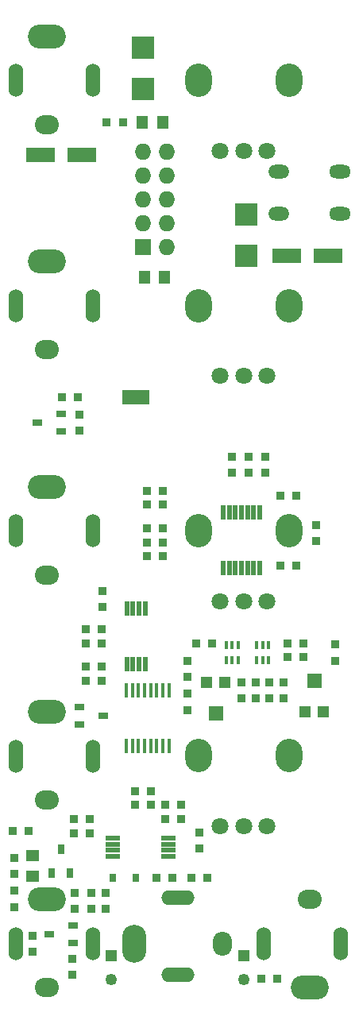
<source format=gbs>
G04 #@! TF.FileFunction,Soldermask,Bot*
%FSLAX46Y46*%
G04 Gerber Fmt 4.6, Leading zero omitted, Abs format (unit mm)*
G04 Created by KiCad (PCBNEW 4.0.2-stable) date 2018-09-14 2:15:48 PM*
%MOMM*%
G01*
G04 APERTURE LIST*
%ADD10C,0.200000*%
%ADD11R,0.950000X0.850000*%
%ADD12R,0.850000X0.950000*%
%ADD13R,3.049740X1.650200*%
%ADD14R,1.447000X1.193000*%
%ADD15R,2.447760X2.447760*%
%ADD16R,1.250000X1.250000*%
%ADD17C,1.250000*%
%ADD18R,1.050760X0.751040*%
%ADD19R,0.659600X0.812000*%
%ADD20R,1.193000X1.447000*%
%ADD21O,4.050000X2.550000*%
%ADD22O,2.550000X2.050000*%
%ADD23O,1.550000X3.550000*%
%ADD24O,2.550000X4.050000*%
%ADD25O,2.050000X2.550000*%
%ADD26O,3.550000X1.550000*%
%ADD27R,1.750000X1.750000*%
%ADD28O,1.750000X1.750000*%
%ADD29R,0.751040X1.050760*%
%ADD30R,0.448780X0.847560*%
%ADD31O,2.250000X1.450000*%
%ADD32O,2.300000X1.450000*%
%ADD33R,1.650000X1.550000*%
%ADD34R,2.850000X1.650000*%
%ADD35R,0.450000X1.550000*%
%ADD36R,0.500000X1.500000*%
%ADD37R,1.500000X0.500000*%
%ADD38O,2.850000X3.550000*%
%ADD39C,1.800000*%
G04 APERTURE END LIST*
D10*
D11*
X93100000Y-61750000D03*
X91400000Y-61750000D03*
X89600000Y-136000000D03*
X87900000Y-136000000D03*
D12*
X104750000Y-97400000D03*
X104750000Y-99100000D03*
X113750000Y-106350000D03*
X113750000Y-104650000D03*
D11*
X96650000Y-142250000D03*
X98350000Y-142250000D03*
D12*
X83500000Y-148400000D03*
X83500000Y-150100000D03*
D13*
X88699640Y-65250000D03*
X84300360Y-65250000D03*
X114949640Y-76000000D03*
X110550360Y-76000000D03*
D14*
X83500000Y-142079500D03*
X83500000Y-139920500D03*
D11*
X89150000Y-117250000D03*
X90850000Y-117250000D03*
X90850000Y-119750000D03*
X89150000Y-119750000D03*
X112350000Y-118750000D03*
X110650000Y-118750000D03*
X100900000Y-117250000D03*
X102600000Y-117250000D03*
D12*
X88500000Y-92900000D03*
X88500000Y-94600000D03*
D15*
X95250000Y-53800360D03*
X95250000Y-58199640D03*
X106250000Y-75949640D03*
X106250000Y-71550360D03*
D16*
X91880000Y-150530000D03*
D17*
X91880000Y-153070000D03*
D18*
X83980000Y-93750000D03*
X86520000Y-94702500D03*
X86520000Y-92797500D03*
D19*
X94494600Y-142250000D03*
X92005400Y-142250000D03*
D16*
X106000000Y-150530000D03*
D17*
X106000000Y-153070000D03*
D20*
X97329500Y-61750000D03*
X95170500Y-61750000D03*
X95420500Y-78250000D03*
X97579500Y-78250000D03*
D21*
X85000000Y-52560000D03*
D22*
X85000000Y-61960000D03*
D23*
X89900000Y-57260000D03*
X81700000Y-57260000D03*
D21*
X85000000Y-76560000D03*
D22*
X85000000Y-85960000D03*
D23*
X89900000Y-81260000D03*
X81700000Y-81260000D03*
D21*
X85000000Y-100560000D03*
D22*
X85000000Y-109960000D03*
D23*
X89900000Y-105260000D03*
X81700000Y-105260000D03*
D21*
X85000000Y-124560000D03*
D22*
X85000000Y-133960000D03*
D23*
X89900000Y-129260000D03*
X81700000Y-129260000D03*
D21*
X85000000Y-144560000D03*
D22*
X85000000Y-153960000D03*
D23*
X89900000Y-149260000D03*
X81700000Y-149260000D03*
D24*
X94300000Y-149260000D03*
D25*
X103700000Y-149260000D03*
D26*
X99000000Y-144360000D03*
X99000000Y-152560000D03*
D21*
X113000000Y-153960000D03*
D22*
X113000000Y-144560000D03*
D23*
X108100000Y-149260000D03*
X116300000Y-149260000D03*
D27*
X95250000Y-75000000D03*
D28*
X97790000Y-75000000D03*
X95250000Y-72460000D03*
X97790000Y-72460000D03*
X95250000Y-69920000D03*
X97790000Y-69920000D03*
X95250000Y-67380000D03*
X97790000Y-67380000D03*
X95250000Y-64840000D03*
X97790000Y-64840000D03*
D29*
X86500000Y-139230000D03*
X85547500Y-141770000D03*
X87452500Y-141770000D03*
D18*
X85230000Y-148250000D03*
X87770000Y-149202500D03*
X87770000Y-147297500D03*
X91020000Y-125000000D03*
X88480000Y-124047500D03*
X88480000Y-125952500D03*
D30*
X108647700Y-119047560D03*
X108000000Y-119047560D03*
X107352300Y-119047560D03*
X107352300Y-117452440D03*
X108000000Y-117452440D03*
X108647700Y-117452440D03*
X105397700Y-119047560D03*
X104750000Y-119047560D03*
X104102300Y-119047560D03*
X104102300Y-117452440D03*
X104750000Y-117452440D03*
X105397700Y-117452440D03*
D12*
X81500000Y-145350000D03*
X81500000Y-143650000D03*
X91250000Y-145600000D03*
X91250000Y-143900000D03*
D11*
X87900000Y-137500000D03*
X89600000Y-137500000D03*
D12*
X88000000Y-143900000D03*
X88000000Y-145600000D03*
X87750000Y-150900000D03*
X87750000Y-152600000D03*
X100000000Y-120850000D03*
X100000000Y-119150000D03*
X89750000Y-143900000D03*
X89750000Y-145600000D03*
X81500000Y-140150000D03*
X81500000Y-141850000D03*
D11*
X81400000Y-137250000D03*
X83100000Y-137250000D03*
X89150000Y-121250000D03*
X90850000Y-121250000D03*
X89150000Y-115750000D03*
X90850000Y-115750000D03*
D12*
X115750000Y-117400000D03*
X115750000Y-119100000D03*
X100000000Y-124350000D03*
X100000000Y-122650000D03*
X105750000Y-123100000D03*
X105750000Y-121400000D03*
X107250000Y-123100000D03*
X107250000Y-121400000D03*
X110250000Y-123100000D03*
X110250000Y-121400000D03*
X108750000Y-123100000D03*
X108750000Y-121400000D03*
D11*
X109900000Y-109000000D03*
X111600000Y-109000000D03*
X112350000Y-117250000D03*
X110650000Y-117250000D03*
X95650000Y-106500000D03*
X97350000Y-106500000D03*
X95650000Y-102500000D03*
X97350000Y-102500000D03*
X111600000Y-101500000D03*
X109900000Y-101500000D03*
D12*
X106500000Y-97400000D03*
X106500000Y-99100000D03*
D11*
X95650000Y-101000000D03*
X97350000Y-101000000D03*
X97350000Y-108000000D03*
X95650000Y-108000000D03*
D12*
X108250000Y-99100000D03*
X108250000Y-97400000D03*
D11*
X97350000Y-105000000D03*
X95650000Y-105000000D03*
X102100000Y-142250000D03*
X100400000Y-142250000D03*
D12*
X101250000Y-137400000D03*
X101250000Y-139100000D03*
D11*
X88350000Y-91000000D03*
X86650000Y-91000000D03*
X96100000Y-134500000D03*
X94400000Y-134500000D03*
X94400000Y-133000000D03*
X96100000Y-133000000D03*
X97650000Y-134500000D03*
X99350000Y-134500000D03*
X99350000Y-136000000D03*
X97650000Y-136000000D03*
X109600000Y-153000000D03*
X107900000Y-153000000D03*
D31*
X109750000Y-67000000D03*
X109750000Y-71500000D03*
D32*
X116250000Y-67000000D03*
X116250000Y-71500000D03*
D33*
X103000000Y-124700000D03*
D16*
X102000000Y-121450000D03*
X104000000Y-121450000D03*
D33*
X113500000Y-121300000D03*
D16*
X114500000Y-124550000D03*
X112500000Y-124550000D03*
D34*
X94500000Y-91000000D03*
D35*
X98025000Y-128200000D03*
X97375000Y-128200000D03*
X96725000Y-128200000D03*
X96075000Y-128200000D03*
X95425000Y-128200000D03*
X94775000Y-128200000D03*
X94125000Y-128200000D03*
X93475000Y-128200000D03*
X93475000Y-122300000D03*
X94125000Y-122300000D03*
X94775000Y-122300000D03*
X95425000Y-122300000D03*
X96075000Y-122300000D03*
X96725000Y-122300000D03*
X97375000Y-122300000D03*
X98025000Y-122300000D03*
D36*
X95475000Y-119450000D03*
X94825000Y-119450000D03*
X94175000Y-119450000D03*
X93525000Y-119450000D03*
X93525000Y-113550000D03*
X94175000Y-113550000D03*
X94825000Y-113550000D03*
X95475000Y-113550000D03*
X107700000Y-109200000D03*
X107050000Y-109200000D03*
X106400000Y-109200000D03*
X105750000Y-109200000D03*
X105100000Y-109200000D03*
X104450000Y-109200000D03*
X103800000Y-109200000D03*
X103800000Y-103300000D03*
X104450000Y-103300000D03*
X105100000Y-103300000D03*
X105750000Y-103300000D03*
X106400000Y-103300000D03*
X107050000Y-103300000D03*
X107700000Y-103300000D03*
D37*
X97950000Y-138025000D03*
X97950000Y-138675000D03*
X97950000Y-139325000D03*
X97950000Y-139975000D03*
X92050000Y-139975000D03*
X92050000Y-139325000D03*
X92050000Y-138675000D03*
X92050000Y-138025000D03*
D38*
X110800000Y-57250000D03*
X101200000Y-57250000D03*
D39*
X108500000Y-64750000D03*
X106000000Y-64750000D03*
X103500000Y-64750000D03*
D38*
X110800000Y-81260000D03*
X101200000Y-81260000D03*
D39*
X108500000Y-88760000D03*
X106000000Y-88760000D03*
X103500000Y-88760000D03*
D38*
X110800000Y-105250000D03*
X101200000Y-105250000D03*
D39*
X108500000Y-112750000D03*
X106000000Y-112750000D03*
X103500000Y-112750000D03*
D38*
X110790000Y-129250000D03*
X101190000Y-129250000D03*
D39*
X108490000Y-136750000D03*
X105990000Y-136750000D03*
X103490000Y-136750000D03*
D12*
X90900000Y-113350000D03*
X90900000Y-111650000D03*
M02*

</source>
